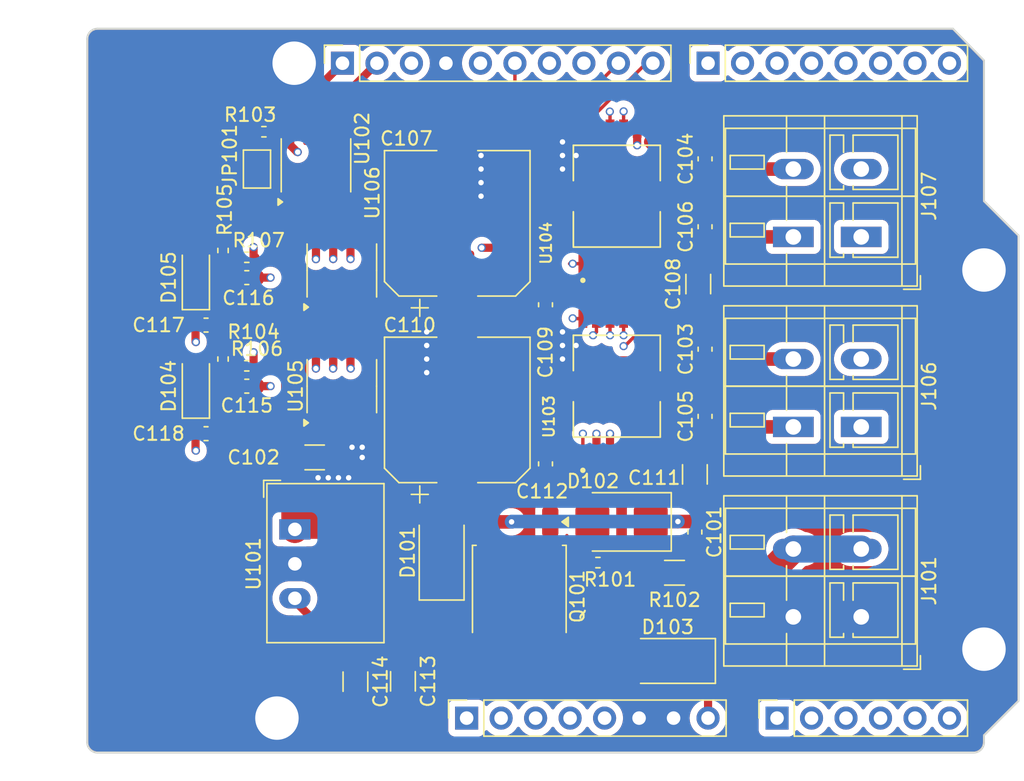
<source format=kicad_pcb>
(kicad_pcb (version 20240108) (generator "pcbnew") (generator_version "8.0")
  (title_block (date "mar. 31 mars 2015"))
  (layers (0 "F.Cu" signal) (1 "In1.Cu" signal) (2 "In2.Cu" signal) (31 "B.Cu" signal) (34 "B.Paste" user) (35 "F.Paste" user) (36 "B.SilkS" user "B.Silkscreen") (37 "F.SilkS" user "F.Silkscreen") (38 "B.Mask" user) (39 "F.Mask" user) (44 "Edge.Cuts" user))
  (net 0 "")
  (net 1 "GND")
  (net 2 "Net-(C101-Pad2)")
  (net 3 "+5V")
  (net 4 "/IOREF")
  (net 5 "/A0")
  (net 6 "/A1")
  (net 7 "/A2")
  (net 8 "/A3")
  (net 9 "/SDA{slash}A4")
  (net 10 "/SCL{slash}A5")
  (net 11 "/13")
  (net 12 "/12")
  (net 13 "/AREF")
  (net 14 "/8")
  (net 15 "/7")
  (net 16 "/*11")
  (net 17 "/*10")
  (net 18 "/*9")
  (net 19 "/2")
  (net 20 "/*6")
  (net 21 "/*5")
  (net 22 "/TX{slash}1")
  (net 23 "/*3")
  (net 24 "/RX{slash}0")
  (net 25 "+3V3")
  (net 26 "Vdrive")
  (net 27 "/~{RESET}")
  (net 28 "Net-(J106-Pin_2)")
  (net 29 "Net-(J107-Pin_2)")
  (net 30 "Net-(J106-Pin_1)")
  (net 31 "Net-(J107-Pin_1)")
  (net 32 "Net-(D102-A)")
  (net 33 "+12V")
  (net 34 "Net-(D103-A)")
  (net 35 "/Vin")
  (net 37 "Net-(JP101-B)")
  (net 38 "Net-(U103-SO)")
  (net 41 "/4")
  (net 42 "/VdriveA")
  (net 43 "/VdriveB")
  (net 44 "Net-(U105-FILTER)")
  (net 45 "Net-(U106-FILTER)")
  (net 46 "Net-(D104-A)")
  (net 47 "Net-(D105-A)")
  (net 48 "Net-(U105-VIOUT)")
  (net 49 "Net-(U106-VIOUT)")
  (footprint "Connector_PinSocket_2.54mm:PinSocket_1x08_P2.54mm_Vertical" (layer "F.Cu") (at 127.94 97.46 90)
    (property "Reference" "J102" (hide yes))
    (property "Value" "Power")
  )
  (footprint "Connector_PinSocket_2.54mm:PinSocket_1x06_P2.54mm_Vertical" (layer "F.Cu") (at 150.8 97.46 90)
    (property "Reference" "J103" (hide yes))
    (property "Value" "Analog")
  )
  (footprint "Connector_PinSocket_2.54mm:PinSocket_1x10_P2.54mm_Vertical" (layer "F.Cu") (at 118.796 49.2 90)
    (property "Reference" "J104" (hide yes))
    (property "Value" "Digital/PWM")
  )
  (footprint "Connector_PinSocket_2.54mm:PinSocket_1x08_P2.54mm_Vertical" (layer "F.Cu") (at 145.72 49.2 90)
    (property "Reference" "J105" (hide yes))
    (property "Value" "Digital/PWM")
  )
  (footprint "Package_SO:SOIC-8_3.9x4.9mm_P1.27mm" (layer "F.Cu") (at 116.845 56.725 90)
    (property "Reference" "U102")
    (property "Value" "AT24C256C-SSHL-T")
  )
  (footprint "Diode_SMD:D_SOD-123" (layer "F.Cu") (at 108 65 90)
    (property "Reference" "D105")
    (property "Value" "1N4448W")
  )
  (footprint "Capacitor_SMD:CP_Elec_10x10.5" (layer "F.Cu") (at 127.25 61 90)
    (property "Reference" "C107")
    (property "Value" "330µ")
  )
  (footprint "Resistor_SMD:R_0402_1005Metric" (layer "F.Cu") (at 111.75 71.5 180)
    (property "Reference" "R106")
    (property "Value" "2k")
  )
  (footprint "Resistor_SMD:R_0402_1005Metric" (layer "F.Cu") (at 110 63 90)
    (property "Reference" "R105")
    (property "Value" "10k")
  )
  (footprint "Jumper:SolderJumper-2_P1.3mm_Open_Pad1.0x1.5mm" (layer "F.Cu") (at 112.5 57 90)
    (property "Reference" "JP101")
    (property "Value" "enable")
  )
  (footprint "Capacitor_SMD:C_1206_3216Metric" (layer "F.Cu") (at 123.25 94.75 -90)
    (property "Reference" "C113")
    (property "Value" "10µ")
  )
  (footprint "Package_TO_SOT_SMD:TO-252-2" (layer "F.Cu") (at 131.82 88.04 -90)
    (property "Reference" "Q101")
    (property "Value" "SUD50P06-15")
  )
  (footprint "Diode_SMD:D_SMA" (layer "F.Cu") (at 126.1 85.25 90)
    (property "Reference" "D101")
    (property "Value" "SMAJ24CA")
  )
  (footprint "Resistor_SMD:R_0402_1005Metric" (layer "F.Cu") (at 137.61 86)
    (property "Reference" "R101")
    (property "Value" "10k")
  )
  (footprint "Capacitor_SMD:C_0603_1608Metric" (layer "F.Cu") (at 145.5 61.25 90)
    (property "Reference" "C106")
    (property "Value" "22n")
  )
  (footprint "Resistor_SMD:R_0402_1005Metric" (layer "F.Cu") (at 111.75 63.5 180)
    (property "Reference" "R107")
    (property "Value" "2k")
  )
  (footprint "Capacitor_SMD:C_1206_3216Metric" (layer "F.Cu") (at 145 65.475 90)
    (property "Reference" "C108")
    (property "Value" "10µ")
  )
  (footprint "Resistor_SMD:R_1206_3216Metric" (layer "F.Cu") (at 143.25 86.75 180)
    (property "Reference" "R102")
    (property "Value" "1R1")
  )
  (footprint "Capacitor_SMD:C_0603_1608Metric" (layer "F.Cu") (at 108.75 76.5)
    (property "Reference" "C118")
    (property "Value" "100n")
  )
  (footprint "Capacitor_SMD:C_1206_3216Metric" (layer "F.Cu") (at 116.75 78.25)
    (property "Reference" "C102")
    (property "Value" "10µ")
  )
  (footprint "Diode_SMD:D_SMB" (layer "F.Cu") (at 139.35 83 180)
    (property "Reference" "D102")
    (property "Value" "SMBJ5344B")
  )
  (footprint "Capacitor_SMD:C_0603_1608Metric" (layer "F.Cu") (at 133.75 67 -90)
    (property "Reference" "C109")
    (property "Value" "100n")
  )
  (footprint "eurovibes:LOGO" (layer "F.Cu") (at 106 92.5)
    (property "Reference" "G***" (hide yes))
    (property "Value" "LOGO" (hide yes))
  )
  (footprint "Capacitor_SMD:C_0603_1608Metric" (layer "F.Cu") (at 111.75 73 180)
    (property "Reference" "C115")
    (property "Value" "1n")
  )
  (footprint "Capacitor_SMD:C_0603_1608Metric" (layer "F.Cu") (at 108.75 68.5)
    (property "Reference" "C117")
    (property "Value" "100n")
  )
  (footprint "TerminalBlock_WAGO:TerminalBlock_WAGO_236-402_1x02_P5.00mm_45Degree" (layer "F.Cu") (at 152 62 90)
    (property "Reference" "J107")
    (property "Value" "DC")
  )
  (footprint "Capacitor_SMD:C_0603_1608Metric" (layer "F.Cu") (at 133.75 78.725 90)
    (property "Reference" "C112")
    (property "Value" "100n")
  )
  (footprint "IFX9201SGAUMA1:CONV_IFX9201SGAUMA1" (layer "F.Cu") (at 139 73 90)
    (property "Reference" "U103")
    (property "Value" "IFX9201SGAUMA1")
  )
  (footprint "Arduino_MountingHole:MountingHole_3.2mm" (layer "F.Cu") (at 115.24 49.2)
    (property "Reference" "MH1" (hide yes))
    (property "Value" "MountingHole_3.2mm" (hide yes))
  )
  (footprint "Capacitor_SMD:C_0603_1608Metric" (layer "F.Cu") (at 145.5 70.275 90)
    (property "Reference" "C103")
    (property "Value" "22n")
  )
  (footprint "Resistor_SMD:R_0402_1005Metric" (layer "F.Cu") (at 113.01 54.25 180)
    (property "Reference" "R103")
    (property "Value" "10k")
  )
  (footprint "Capacitor_SMD:C_0603_1608Metric" (layer "F.Cu") (at 111.75 65 180)
    (property "Reference" "C116")
    (property "Value" "1n")
  )
  (footprint "Package_SO:SOIC-8_3.9x4.9mm_P1.27mm" (layer "F.Cu") (at 118.75 73 90)
    (property "Reference" "U105")
    (property "Value" "ACS712ELCTR-05B")
  )
  (footprint "Diode_SMD:D_SOD-123" (layer "F.Cu") (at 108 73 90)
    (property "Reference" "D104")
    (property "Value" "1N4448W")
  )
  (footprint "Capacitor_SMD:C_0603_1608Metric" (layer "F.Cu") (at 144.75 83.75 -90)
    (property "Reference" "C101")
    (property "Value" "1µ")
  )
  (footprint "Capacitor_SMD:CP_Elec_10x10.5" (layer "F.Cu") (at 127.25 74.75 90)
    (property "Reference" "C110")
    (property "Value" "330µ")
  )
  (footprint "Diode_SMD:D_SMA" (layer "F.Cu") (at 142.75 93.25 180)
    (property "Reference" "D103")
    (property "Value" "SS210")
  )
  (footprint "Package_SO:SOIC-8_3.9x4.9mm_P1.27mm" (layer "F.Cu") (at 118.75 64.475 90)
    (property "Reference" "U106")
    (property "Value" "ACS712ELCTR-05B")
  )
  (footprint "IFX9201SGAUMA1:CONV_IFX9201SGAUMA1" (layer "F.Cu") (at 139 59 90)
    (property "Reference" "U104")
    (property "Value" "IFX9201SGAUMA1")
  )
  (footprint "TerminalBlock_WAGO:TerminalBlock_WAGO_236-402_1x02_P5.00mm_45Degree" (layer "F.Cu") (at 152 90 90)
    (property "Reference" "J101")
    (property "Value" "Vdrive")
  )
  (footprint "Resistor_SMD:R_0402_1005Metric" (layer "F.Cu") (at 110 71 90)
    (property "Reference" "R104")
    (property "Value" "10k")
  )
  (footprint "TerminalBlock_WAGO:TerminalBlock_WAGO_236-402_1x02_P5.00mm_45Degree" (layer "F.Cu") (at 152 76 90)
    (property "Reference" "J106")
    (property "Value" "DC")
  )
  (footprint "Capacitor_SMD:C_1206_3216Metric" (layer "F.Cu") (at 119.75 94.775 -90)
    (property "Reference" "C114")
    (property "Value" "10µ")
  )
  (footprint "Converter_DCDC:Converter_DCDC_RECOM_R-78E-0.5_THT" (layer "F.Cu") (at 115.2925 83.553 -90)
    (property "Reference" "U101")
    (property "Value" "VR10S12")
  )
  (footprint "Symbol:OSHW-Logo2_7.3x6mm_Copper" (layer "F.Cu") (at 105 51)
    (property "Reference" "REF**" (hide yes))
    (property "Value" "OSHW-Logo2_7.3x6mm_Copper" (hide yes))
  )
  (footprint "Arduino_MountingHole:MountingHole_3.2mm" (layer "F.Cu") (at 113.97 97.46)
    (property "Reference" "MH2" (hide yes))
    (property "Value" "MountingHole_3.2mm" (hide yes))
  )
  (footprint "Arduino_MountingHole:MountingHole_3.2mm" (layer "F.Cu") (at 166.04 64.44)
    (property "Reference" "MH3" (hide yes))
    (property "Value" "MountingHole_3.2mm" (hide yes))
  )
  (footprint "Arduino_MountingHole:MountingHole_3.2mm" (layer "F.Cu") (at 166.04 92.38)
    (property "Reference" "MH4" (hide yes))
    (property "Value" "MountingHole_3.2mm" (hide yes))
  )
  (footprint "Capacitor_SMD:C_1206_3216Metric" (layer "F.Cu") (at 144.75 79.5 90)
    (property "Reference" "C111")
    (property "Value" "10µ")
  )
  (footprint "Capacitor_SMD:C_0603_1608Metric" (layer "F.Cu") (at 145.5 75.225 90)
    (property "Reference" "C105")
    (property "Value" "22n")
  )
  (footprint "Capacitor_SMD:C_0603_1608Metric" (layer "F.Cu") (at 145.5 56.25 90)
    (property "Reference" "C104")
    (property "Value" "22n")
  )
  (gr_line (start 166.04 59.36) (end 168.58 61.9) (stroke (width 0.15)) (layer "Edge.Cuts"))
  (gr_line (start 100 99.238) (end 100 47.422) (stroke (width 0.15)) (layer "Edge.Cuts"))
  (gr_line (start 168.58 61.9) (end 168.58 96.19) (stroke (width 0.15)) (layer "Edge.Cuts"))
  (gr_line (start 165.278 100) (end 100.762 100) (stroke (width 0.15)) (layer "Edge.Cuts"))
  (gr_line (start 100.762 46.66) (end 163.75 46.66) (stroke (width 0.15)) (layer "Edge.Cuts"))
  (gr_arc (start 100.762 100) (mid 100.223185 99.776815) (end 100 99.238) (stroke (width 0.15)) (layer "Edge.Cuts"))
  (gr_line (start 168.58 96.19) (end 166.04 98.73) (stroke (width 0.15)) (layer "Edge.Cuts"))
  (gr_line (start 163.75 46.66) (end 166.04 49) (stroke (width 0.15)) (layer "Edge.Cuts"))
  (gr_arc (start 166.04 99.238) (mid 165.816815 99.776815) (end 165.278 100) (stroke (width 0.15)) (layer "Edge.Cuts"))
  (gr_line (start 166.04 49) (end 166.04 59.36) (stroke (width 0.15)) (layer "Edge.Cuts"))
  (gr_line (start 166.04 98.73) (end 166.04 99.238) (stroke (width 0.15)) (layer "Edge.Cuts"))
  (gr_arc (start 100 47.422) (mid 100.223185 46.883185) (end 100.762 46.66) (stroke (width 0.15)) (layer "Edge.Cuts"))
  (gr_text "+" (at 161.5 85.5 0) (layer "F.Cu") (effects (font (size 1.5 1.5) (thickness 0.3) (bold yes)) (justify left bottom)))
  (gr_text "Vin" (at 163.5 94 90) (layer "F.Cu") (effects (font (size 1.5 1.5) (thickness 0.3) (bold yes)) (justify left bottom)))
  (gr_text "Eurovibes\nDC-shield\nv0.2" (at 100.75 86.25 0) (layer "F.Cu") (effects (font (size 1.5 1.5) (thickness 0.3) (bold yes)) (justify left bottom)))
  (via (at 117.75 79.75) (size 0.6) (drill 0.4) (layers "F.Cu" "B.Cu") (net 1))
  (via (at 135 71) (size 0.6) (drill 0.4) (layers "F.Cu" "B.Cu") (net 1))
  (via (at 125 70) (size 0.6) (drill 0.4) (layers "F.Cu" "B.Cu") (net 1))
  (via (at 135 57) (size 0.6) (drill 0.4) (layers "F.Cu" "B.Cu") (net 1))
  (via (at 135 70) (size 0.6) (drill 0.4) (layers "F.Cu" "B.Cu") (net 1))
  (via (at 129 57) (size 0.6) (drill 0.4) (layers "F.Cu" "B.Cu") (net 1))
  (via (at 125 71) (size 0.6) (drill 0.4) (layers "F.Cu" "B.Cu") (net 1))
  (via (at 135 69) (size 0.6) (drill 0.4) (layers "F.Cu" "B.Cu") (net 1))
  (via (at 129 59) (size 0.6) (drill 0.4) (layers "F.Cu" "B.Cu") (net 1))
  (via (at 125 69) (size 0.6) (drill 0.4) (layers "F.Cu" "B.Cu") (net 1))
  (via (at 125 72) (size 0.6) (drill 0.4) (layers "F.Cu" "B.Cu") (net 1))
  (via (at 120.25 77.5) (size 0.6) (drill 0.4) (layers "F.Cu" "B.Cu") (net 1))
  (via (at 136 70) (size 0.6) (drill 0.4) (layers "F.Cu" "B.Cu") (net 1))
  (via (at 119.5 77.5) (size 0.6) (drill 0.4) (layers "F.Cu" "B.Cu") (net 1))
  (via (at 118.5 79.75) (size 0.6) (drill 0.4) (layers "F.Cu" "B.Cu") (net 1))
  (via (at 129 56) (size 0.6) (drill 0.4) (layers "F.Cu" "B.Cu") (net 1))
  (via (at 120.25 78.25) (size 0.6) (drill 0.4) (layers "F.Cu" "B.Cu") (net 1))
  (via (at 135 56) (size 0.6) (drill 0.4) (layers "F.Cu" "B.Cu") (net 1))
  (via (at 129 58) (size 0.6) (drill 0.4) (layers "F.Cu" "B.Cu") (net 1))
  (via (at 136 56) (size 0.6) (drill 0.4) (layers "F.Cu" "B.Cu") (net 1))
  (via (at 135 55) (size 0.6) (drill 0.4) (layers "F.Cu" "B.Cu") (net 1))
  (via (at 117 79.75) (size 0.6) (drill 0.4) (layers "F.Cu" "B.Cu") (net 1))
  (via (at 119.25 79.75) (size 0.6) (drill 0.4) (layers "F.Cu" "B.Cu") (net 1))
  (segment (start 144.75 84.525) (end 144.75 86.7125) (width 1) (layer "F.Cu") (net 2))
  (segment (start 144.75 86.7125) (end 144.7125 86.75) (width 1) (layer "F.Cu") (net 2))
  (segment (start 116.845 71.695) (end 116.84 71.7) (width 0.6) (layer "F.Cu") (net 3))
  (segment (start 116.845 63.635) (end 116.84 63.64) (width 0.6) (layer "F.Cu") (net 3))
  (segment (start 116.845 62) (end 116.845 63.635) (width 0.6) (layer "F.Cu") (net 3))
  (segment (start 116.845 70.525) (end 116.845 71.695) (width 0.6) (layer "F.Cu") (net 3))
  (via (at 116.84 71.7) (size 0.6) (drill 0.4) (layers "F.Cu" "B.Cu") (net 3))
  (via (at 116.84 63.64) (size 0.6) (drill 0.4) (layers "F.Cu" "B.Cu") (net 3))
  (segment (start 107.975 77.725) (end 108 77.75) (width 0.6) (layer "F.Cu") (net 5))
  (segment (start 107.975 74.675) (end 108 74.65) (width 0.6) (layer "F.Cu") (net 5))
  (segment (start 107.975 76.5) (end 107.975 74.675) (width 0.6) (layer "F.Cu") (net 5))
  (segment (start 107.975 76.5) (end 107.975 77.725) (width 0.6) (layer "F.Cu") (net 5))
  (via (at 108 77.75) (size 0.6) (drill 0.4) (layers "F.Cu" "B.Cu") (net 5))
  (segment (start 107.975 68.5) (end 107.975 69.725) (width 0.6) (layer "F.Cu") (net 6))
  (segment (start 108 68.475) (end 107.975 68.5) (width 0.6) (layer "F.Cu") (net 6))
  (segment (start 107.975 69.725) (end 108 69.75) (width 0.6) (layer "F.Cu") (net 6))
  (segment (start 108 66.65) (end 108 68.475) (width 0.6) (layer "F.Cu") (net 6))
  (via (at 108 69.75) (size 0.6) (drill 0.4) (layers "F.Cu" "B.Cu") (net 6))
  (segment (start 118.75 54.25) (end 118.75 51.786) (width 0.6) (layer "F.Cu") (net 9))
  (segment (start 118.75 51.786) (end 121.336 49.2) (width 0.6) (layer "F.Cu") (net 9))
  (segment (start 117.48 50.516) (end 117.48 54.25) (width 0.6) (layer "F.Cu") (net 10))
  (segment (start 118.796 49.2) (end 117.48 50.516) (width 0.6) (layer "F.Cu") (net 10))
  (segment (start 138.5 54.025) (end 138.5 52.780116) (width 0.25) (layer "F.Cu") (net 11))
  (segment (start 138.5 52.780116) (end 138.484942 52.765058) (width 0.25) (layer "F.Cu") (net 11))
  (segment (start 138.5 68.025) (end 138.5 69.25) (width 0.25) (layer "F.Cu") (net 11))
  (via (at 138.5 69.25) (size 0.6) (drill 0.4) (layers "F.Cu" "B.Cu") (net 11))
  (via (at 138.484942 52.765058) (size 0.6) (drill 0.4) (layers "F.Cu" "B.Cu") (net 11))
  (segment (start 131.496 56.896) (end 136.775 62.175) (width 0.25) (layer "F.Cu") (net 12))
  (segment (start 136.775 62.175) (end 137.675 62.175) (width 0.25) (layer "F.Cu") (net 12))
  (segment (start 138.5 63) (end 138.5 63.975) (width 0.25) (layer "F.Cu") (net 12))
  (segment (start 131.496 49.2) (end 131.496 56.896) (width 0.25) (layer "F.Cu") (net 12))
  (segment (start 137.675 62.175) (end 138.5 63) (width 0.25) (layer "F.Cu") (net 12))
  (segment (start 137.5 54.025) (end 137.5 52.866116) (width 0.25) (layer "F.Cu") (net 14))
  (segment (start 137.5 52.866116) (end 141.166116 49.2) (width 0.25) (layer "F.Cu") (net 14))
  (segment (start 141.166116 49.2) (end 141.656 49.2) (width 0.25) (layer "F.Cu") (net 14))
  (segment (start 139.583881 70.050003) (end 139.5 70.050003) (width 0.25) (layer "F.Cu") (net 16))
  (segment (start 140.5 68.025) (end 140.5 69.133884) (width 0.25) (layer "F.Cu") (net 16))
  (segment (start 140.5 69.133884) (end 139.583881 70.050003) (width 0.25) (layer "F.Cu") (net 16))
  (via (at 139.5 70.050003) (size 0.6) (drill 0.4) (layers "F.Cu" "B.Cu") (net 16))
  (segment (start 139.5 69.25) (end 139.5 68.025) (width 0.25) (layer "F.Cu") (net 17))
  (segment (start 139.5 52.75) (end 139.5 54.025) (width 0.25) (layer "F.Cu") (net 17))
  (via (at 139.5 52.75) (size 0.6) (drill 0.4) (layers "F.Cu" "B.Cu") (net 17))
  (via (at 139.5 69.25) (size 0.6) (drill 0.4) (layers "F.Cu" "B.Cu") (net 17))
  (segment (start 136.5 54.025) (end 136.5 51.816) (width 0.25) (layer "F.Cu") (net 18))
  (segment (start 136.5 51.816) (end 139.116 49.2) (width 0.25) (layer "F.Cu") (net 18))
  (segment (start 135.75 63.975) (end 135.525 63.975) (width 0.25) (layer "F.Cu") (net 20))
  (segment (start 135.525 63.975) (end 136.5 63.975) (width 0.25) (layer "F.Cu") (net 20))
  (via (at 135.75 63.975) (size 0.6) (drill 0.4) (layers "F.Cu" "B.Cu") (net 20))
  (segment (start 136.5 68.025) (end 135.775 68.025) (width 0.25) (layer "F.Cu") (net 21))
  (segment (start 135.775 68.025) (end 135.75 68) (width 0.25) (layer "F.Cu") (net 21))
  (via (at 135.75 68) (size 0.6) (drill 0.4) (layers "F.Cu" "B.Cu") (net 21))
  (segment (start 136.5 77.975) (end 136.5 76.5) (width 0.25) (layer "F.Cu") (net 23))
  (via (at 136.5 76.5) (size 0.6) (drill 0.4) (layers "F.Cu" "B.Cu") (net 23))
  (segment (start 115.5 55.75) (end 115.475 55.725) (width 0.6) (layer "F.Cu") (net 25))
  (segment (start 114.94 55.224999) (end 114.94 54.25) (width 0.6) (layer "F.Cu") (net 25))
  (segment (start 137.5 63.05) (end 137.25 62.8) (width 0.6) (layer "F.Cu") (net 25))
  (segment (start 115.475 55.725) (end 115.440001 55.725) (width 0.6) (layer "F.Cu") (net 25))
  (segment (start 114.94 54.25) (end 113.52 54.25) (width 0.6) (layer "F.Cu") (net 25))
  (segment (start 137.5 76.5) (end 137.5 77.975) (width 0.6) (layer "F.Cu") (net 25))
  (segment (start 137.25 62.8) (end 129.05 62.8) (width 0.6) (layer "F.Cu") (net 25))
  (segment (start 115.440001 55.725) (end 114.94 55.224999) (width 0.6) (layer "F.Cu") (net 25))
  (segment (start 137.5 63.975) (end 137.5 63.05) (width 0.6) (layer "F.Cu") (net 25))
  (via (at 137.5 76.5) (size 0.6) (drill 0.4) (layers "F.Cu" "B.Cu") (net 25))
  (via (at 115.5 55.75) (size 0.6) (drill 0.4) (layers "F.Cu" "B.Cu") (net 25))
  (via (at 129.05 62.8) (size 0.6) (drill 0.4) (layers "F.Cu" "B.Cu") (net 25))
  (segment (start 144.75 82.975) (end 143.5 82.975) (width 1) (layer "F.Cu") (net 26))
  (segment (start 116 67) (end 117.25 67) (width 2) (layer "F.Cu") (net 26))
  (segment (start 115.275 75.5) (end 115.275 67.725) (width 2) (layer "F.Cu") (net 26))
  (segment (start 115.275 75.5) (end 117.5 75.5) (width 2) (layer "F.Cu") (net 26))
  (segment (start 143.5 82.975) (end 141.525 82.975) (width 1) (layer "F.Cu") (net 26))
  (segment (start 129.29 83.25) (end 129.54 83) (width 2) (layer "F.Cu") (net 26))
  (segment (start 126.1 83.25) (end 129.29 83.25) (width 2) (layer "F.Cu") (net 26))
  (segment (start 126.1 83.25) (end 115.5955 83.25) (width 2) (layer "F.Cu") (net 26))
  (segment (start 131.25 83) (end 129.54 83) (width 1) (layer "F.Cu") (net 26))
  (segment (start 115.2925 83.553) (end 115.2925 78.2675) (width 2) (layer "F.Cu") (net 26))
  (segment (start 115.275 78.25) (end 115.275 75.5) (width 2) (layer "F.Cu") (net 26))
  (segment (start 115.275 67.725) (end 116 67) (width 2) (layer "F.Cu") (net 26))
  (segment (start 115.5955 83.25) (end 115.2925 83.553) (width 2) (layer "F.Cu") (net 26))
  (segment (start 115.2925 78.2675) (end 115.275 78.25) (width 2) (layer "F.Cu") (net 26))
  (segment (start 141.525 82.975) (end 141.5 83) (width 1) (layer "F.Cu") (net 26))
  (via (at 131.25 83) (size 0.6) (drill 0.4) (layers "F.Cu" "B.Cu") (net 26))
  (via (at 143.5 82.975) (size 0.6) (drill 0.4) (layers "F.Cu" "B.Cu") (net 26))
  (segment (start 131.275 82.975) (end 131.25 83) (width 1) (layer "B.Cu") (net 26))
  (segment (start 143.5 82.975) (end 131.275 82.975) (width 1) (layer "B.Cu") (net 26))
  (segment (start 152 71) (end 147.25 71) (width 1) (layer "F.Cu") (net 28))
  (segment (start 145.55 71) (end 145.5 71.05) (width 0.6) (layer "F.Cu") (net 28))
  (segment (start 144.475 71) (end 141.525 68.05) (width 1) (layer "F.Cu") (net 28))
  (segment (start 147.25 71) (end 145.55 71) (width 1) (layer "F.Cu") (net 28))
  (segment (start 147.25 71) (end 144.475 71) (width 1) (layer "F.Cu") (net 28))
  (segment (start 141.525 68.05) (end 141.525 68.025) (width 1) (layer "F.Cu") (net 28))
  (segment (start 143.5 57) (end 152 57) (width 1) (layer "F.Cu") (net 29))
  (segment (start 141.5 54.025) (end 141.5 55) (width 0.6) (layer "F.Cu") (net 29))
  (segment (start 143.5 57) (end 141.5 55) (width 1) (layer "F.Cu") (net 29))
  (segment (start 145.5 76) (end 141.075 76) (width 1) (layer "F.Cu") (net 30))
  (segment (start 140.5 76.575) (end 140.5 77) (width 1) (layer "F.Cu") (net 30))
  (segment (start 141.075 76) (end 140.5 76.575) (width 1) (layer "F.Cu") (net 30))
  (segment (start 140.5 77.975) (end 140.5 77) (width 0.6) (layer "F.Cu") (net 30))
  (segment (start 152 76) (end 145.5 76) (width 1) (layer "F.Cu") (net 30))
  (segment (start 140.5 62.7) (end 141.2 62) (width 1) (layer "F.Cu") (net 31))
  (segment (start 141.2 62) (end 152 62) (width 1) (layer "F.Cu") (net 31))
  (segment (start 140.5 63.975) (end 140.5 62.7) (width 0.6) (layer "F.Cu") (net 31))
  (segment (start 137.2 83) (end 134.1 83) (width 0.6) (layer "F.Cu") (net 32))
  (segment (start 137.1 86) (end 137.1 83.1) (width 0.6) (layer "F.Cu") (net 32))
  (segment (start 137.1 83.1) (end 137.2 83) (width 0.6) (layer "F.Cu") (net 32))
  (segment (start 145.72 94.22) (end 144.75 93.25) (width 0.6) (layer "F.Cu") (net 33))
  (segment (start 145.72 97.46) (end 145.72 94.22) (width 0.6) (layer "F.Cu") (net 33))
  (segment (start 140.7 93.3) (end 140.75 93.25) (width 0.6) (layer "F.Cu") (net 34))
  (segment (start 119.75 93.3) (end 140.7 93.3) (width 0.6) (layer "F.Cu") (net 34))
  (segment (start 115.2925 88.633) (end 115.2925 88.8425) (width 0.6) (layer "F.Cu") (net 34))
  (segment (start 115.2925 88.8425) (end 119.75 93.3) (width 0.6) (layer "F.Cu") (net 34))
  (segment (start 147.7 89.3) (end 129.72 89.3) (width 2) (layer "F.Cu") (net 35))
  (segment (start 152 85) (end 147.7 89.3) (width 2) (layer "F.Cu") (net 35))
  (segment (start 157 85) (end 152 85) (width 2) (layer "B.Cu") (net 35))
  (segment (start 116.21 54.25) (end 116.21 53.275001) (width 0.6) (layer "F.Cu") (net 37))
  (segment (start 115.709999 52.775) (end 113.475 52.775) (width 0.6) (layer "F.Cu") (net 37))
  (segment (start 112.5 53.75) (end 112.5 54.25) (width 0.6) (layer "F.Cu") (net 37))
  (segment (start 112.5 54.25) (end 112.5 56.35) (width 0.6) (layer "F.Cu") (net 37))
  (segment (start 113.475 52.775) (end 112.5 53.75) (width 0.6) (layer "F.Cu") (net 37))
  (segment (start 116.21 53.275001) (end 115.709999 52.775) (width 0.6) (layer "F.Cu") (net 37))
  (segment (start 140.5 55.25) (end 140.5 54.025) (width 0.6) (layer "F.Cu") (net 38))
  (segment (start 138.5 77.975) (end 138.5 76.5) (width 0.6) (layer "F.Cu") (net 38))
  (via (at 138.5 76.5) (size 0.6) (drill 0.4) (layers "F.Cu" "B.Cu") (net 38))
  (via (at 140.5 55.25) (size 0.6) (drill 0.4) (layers "F.Cu" "B.Cu") (net 38))
  (segment (start 137.5 68.025) (end 137.5 69) (width 0.25) (layer "F.Cu") (net 41))
  (segment (start 137.5 69) (end 137.25 69.25) (width 0.25) (layer "F.Cu") (net 41))
  (via (at 137.25 69.25) (size 0.6) (drill 0.4) (layers "F.Cu" "B.Cu") (net 41))
  (segment (start 129.75 65.85) (end 120.35 65.85) (width 2) (layer "F.Cu") (net 42))
  (segment (start 145 66.95) (end 143.9 65.85) (width 2) (layer "F.Cu") (net 42))
  (segment (start 129.75 65.85) (end 128.65 65.85) (width 2) (layer "F.Cu") (net 42))
  (segment (start 139.5 63.975) (end 139.5 66) (width 0.6) (layer "F.Cu") (net 42))
  (segment (start 120.35 65.85) (end 120 66.2) (width 2) (layer "F.Cu") (net 42))
  (segment (start 143.9 65.85) (end 129.75 65.85) (width 2) (layer "F.Cu") (net 42))
  (segment (start 120 66.2) (end 120 67.25) (width 2) (layer "F.Cu") (net 42))
  (segment (start 134 80) (end 139.5 80) (width 2) (layer "F.Cu") (net 43))
  (segment (start 143.775 80) (end 144.75 80.975) (width 2) (layer "F.Cu") (net 43))
  (segment (start 123.25 75.5) (end 120 75.5) (width 2) (layer "F.Cu") (net 43))
  (segment (start 129.05 80) (end 134 80) (width 2) (layer "F.Cu") (net 43))
  (segment (start 127.25 78.95) (end 128.3 80) (width 2) (layer "F.Cu") (net 43))
  (segment (start 134 80) (end 143.775 80) (width 2) (layer "F.Cu") (net 43))
  (segment (start 123.8 75.5) (end 123.25 75.5) (width 2) (layer "F.Cu") (net 43))
  (segment (start 139.5 77.975) (end 139.5 80) (width 0.6) (layer "F.Cu") (net 43))
  (segment (start 127.25 78.95) (end 123.8 75.5) (width 2) (layer "F.Cu") (net 43))
  (segment (start 119.385 71.685) (end 119.4 71.7) (width 0.6) (layer "F.Cu") (net 44))
  (segment (start 119.385 70.525) (end 119.385 71.685) (width 0.6) (layer "F.Cu") (net 44))
  (segment (start 112.525 73) (end 113.5 73) (width 0.6) (layer "F.Cu") (net 44))
  (via (at 119.4 71.7) (size 0.6) (drill 0.4) (layers "F.Cu" "B.Cu") (net 44))
  (via (at 113.5 73) (size 0.6) (drill 0.4) (layers "F.Cu" "B.Cu") (net 44))
  (segment (start 112.525 65) (end 113.5 65) (width 0.6) (layer "F.Cu") (net 45))
  (segment (start 119.385 63.625) (end 119.39 63.63) (width 0.6) (layer "F.Cu") (net 45))
  (segment (start 119.385 62) (end 119.385 63.625) (width 0.6) (layer "F.Cu") (net 45))
  (via (at 119.39 63.63) (size 0.6) (drill 0.4) (layers "F.Cu" "B.Cu") (net 45))
  (via (at 113.5 65) (size 0.6) (drill 0.4) (layers "F.Cu" "B.Cu") (net 45))
  (segment (start 110 71.51) (end 108.16 71.51) (width 0.6) (layer "F.Cu") (net 46))
  (segment (start 111.24 71.5) (end 110.01 71.5) (width 0.6) (layer "F.Cu") (net 46))
  (segment (start 110.01 71.5) (end 110 71.51) (width 0.6) (layer "F.Cu") (net 46))
  (segment (start 108.16 71.51) (end 108 71.35) (width 0.6) (layer "F.Cu") (net 46))
  (segment (start 108.16 63.51) (end 108 63.35) (width 0.6) (layer "F.Cu") (net 47))
  (segment (start 111.24 63.5) (end 110.135 63.5) (width 0.6) (layer "F.Cu") (net 47))
  (segment (start 110.125 63.51) (end 108.16 63.51) (width 0.6) (layer "F.Cu") (net 47))
  (segment (start 110.135 63.5) (end 110.125 63.51) (width 0.6) (layer "F.Cu") (net 47))
  (segment (start 118.115 71.685) (end 118.1 71.7) (width 0.6) (layer "F.Cu") (net 48))
  (segment (start 118.115 70.525) (end 118.115 71.685) (width 0.6) (layer "F.Cu") (net 48))
  (segment (start 112.25 71.49) (end 112.26 71.5) (width 0.6) (layer "F.Cu") (net 48))
  (segment (start 112.25 70.5) (end 112.25 71.49) (width 0.6) (layer "F.Cu") (net 48))
  (via (at 112.25 70.5) (size 0.6) (drill 0.4) (layers "F.Cu" "B.Cu") (net 48))
  (via (at 118.1 71.7) (size 0.6) (drill 0.4) (layers "F.Cu" "B.Cu") (net 48))
  (segment (start 118.115 63.625) (end 118.11 63.63) (width 0.6) (layer "F.Cu") (net 49))
  (segment (start 112.25 62.75) (end 112.25 63.49) (width 0.6) (layer "F.Cu") (net 49))
  (segment (start 112.25 63.49) (end 112.26 63.5) (width 0.6) (layer "F.Cu") (net 49))
  (segment (start 112.375 63.49) (end 112.385 63.5) (width 0.6) (layer "F.Cu") (net 49))
  (segment (start 118.115 62) (end 118.115 63.625) (width 0.6) (layer "F.Cu") (net 49))
  (via (at 112.25 62.75) (size 0.6) (drill 0.4) (layers "F.Cu" "B.Cu") (net 49))
  (via (at 118.11 63.63) (size 0.6) (drill 0.4) (layers "F.Cu" "B.Cu") (net 49))
  (zone (net 1) (net_name "GND") (layers "F&B.Cu") (connect_pads yes (clearance 0.508)) (min_thickness 0.25) (fill yes (thermal_gap 0.5) (thermal_bridge_width 0.5))
    (polygon (pts (xy 100 46) (xy 169 46) (xy 169 100) (xy 100 100)))
  )
)
</source>
